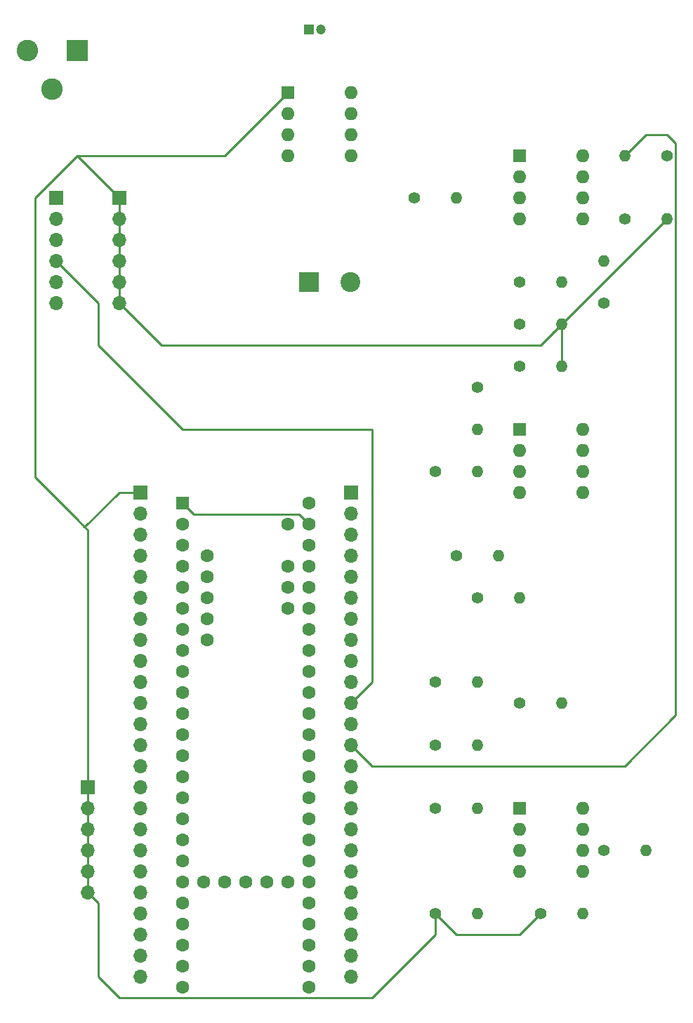
<source format=gbr>
%TF.GenerationSoftware,KiCad,Pcbnew,(5.1.10)-1*%
%TF.CreationDate,2021-10-07T13:20:46-04:00*%
%TF.ProjectId,dynamic clamp pcb,64796e61-6d69-4632-9063-6c616d702070,rev?*%
%TF.SameCoordinates,Original*%
%TF.FileFunction,Copper,L2,Bot*%
%TF.FilePolarity,Positive*%
%FSLAX46Y46*%
G04 Gerber Fmt 4.6, Leading zero omitted, Abs format (unit mm)*
G04 Created by KiCad (PCBNEW (5.1.10)-1) date 2021-10-07 13:20:46*
%MOMM*%
%LPD*%
G01*
G04 APERTURE LIST*
%TA.AperFunction,ComponentPad*%
%ADD10R,2.600000X2.600000*%
%TD*%
%TA.AperFunction,ComponentPad*%
%ADD11C,2.600000*%
%TD*%
%TA.AperFunction,ComponentPad*%
%ADD12R,2.400000X2.400000*%
%TD*%
%TA.AperFunction,ComponentPad*%
%ADD13C,2.400000*%
%TD*%
%TA.AperFunction,ComponentPad*%
%ADD14R,1.200000X1.200000*%
%TD*%
%TA.AperFunction,ComponentPad*%
%ADD15C,1.200000*%
%TD*%
%TA.AperFunction,ComponentPad*%
%ADD16R,1.700000X1.700000*%
%TD*%
%TA.AperFunction,ComponentPad*%
%ADD17O,1.700000X1.700000*%
%TD*%
%TA.AperFunction,ComponentPad*%
%ADD18O,1.400000X1.400000*%
%TD*%
%TA.AperFunction,ComponentPad*%
%ADD19C,1.400000*%
%TD*%
%TA.AperFunction,ComponentPad*%
%ADD20R,1.600000X1.600000*%
%TD*%
%TA.AperFunction,ComponentPad*%
%ADD21O,1.600000X1.600000*%
%TD*%
%TA.AperFunction,ComponentPad*%
%ADD22C,1.600000*%
%TD*%
%TA.AperFunction,Conductor*%
%ADD23C,0.250000*%
%TD*%
G04 APERTURE END LIST*
D10*
%TO.P,J2,1*%
%TO.N,-9V*%
X53340000Y-30480000D03*
D11*
%TO.P,J2,2*%
%TO.N,+9V*%
X47340000Y-30480000D03*
%TO.P,J2,3*%
%TO.N,N/C*%
X50340000Y-35180000D03*
%TD*%
D12*
%TO.P,C1,1*%
%TO.N,+9V*%
X81280000Y-58420000D03*
D13*
%TO.P,C1,2*%
%TO.N,-9V*%
X86280000Y-58420000D03*
%TD*%
D14*
%TO.P,C2,1*%
%TO.N,Net-(C2-Pad1)*%
X81280000Y-27940000D03*
D15*
%TO.P,C2,2*%
%TO.N,-9V*%
X82780000Y-27940000D03*
%TD*%
D16*
%TO.P,J1,1*%
%TO.N,0*%
X54610000Y-119380000D03*
D17*
%TO.P,J1,2*%
X54610000Y-121920000D03*
%TO.P,J1,3*%
X54610000Y-124460000D03*
%TO.P,J1,4*%
X54610000Y-127000000D03*
%TO.P,J1,5*%
X54610000Y-129540000D03*
%TO.P,J1,6*%
X54610000Y-132080000D03*
%TD*%
D16*
%TO.P,J4,1*%
%TO.N,Net-(J4-Pad1)*%
X50800000Y-48260000D03*
D17*
%TO.P,J4,2*%
%TO.N,Net-(J4-Pad2)*%
X50800000Y-50800000D03*
%TO.P,J4,3*%
%TO.N,Net-(J4-Pad3)*%
X50800000Y-53340000D03*
%TO.P,J4,4*%
%TO.N,Net-(J4-Pad4)*%
X50800000Y-55880000D03*
%TO.P,J4,5*%
%TO.N,N/C*%
X50800000Y-58420000D03*
%TO.P,J4,6*%
X50800000Y-60960000D03*
%TD*%
%TO.P,J6,24*%
%TO.N,Net-(J6-Pad24)*%
X60960000Y-142240000D03*
%TO.P,J6,23*%
%TO.N,Net-(J6-Pad23)*%
X60960000Y-139700000D03*
%TO.P,J6,22*%
%TO.N,Net-(J6-Pad22)*%
X60960000Y-137160000D03*
%TO.P,J6,21*%
%TO.N,Net-(J6-Pad21)*%
X60960000Y-134620000D03*
%TO.P,J6,20*%
%TO.N,Net-(J6-Pad20)*%
X60960000Y-132080000D03*
%TO.P,J6,19*%
%TO.N,Net-(J6-Pad19)*%
X60960000Y-129540000D03*
%TO.P,J6,18*%
%TO.N,Net-(J6-Pad18)*%
X60960000Y-127000000D03*
%TO.P,J6,17*%
%TO.N,Net-(J6-Pad17)*%
X60960000Y-124460000D03*
%TO.P,J6,16*%
%TO.N,Net-(J6-Pad16)*%
X60960000Y-121920000D03*
%TO.P,J6,15*%
%TO.N,Net-(J6-Pad15)*%
X60960000Y-119380000D03*
%TO.P,J6,14*%
%TO.N,Net-(J6-Pad14)*%
X60960000Y-116840000D03*
%TO.P,J6,13*%
%TO.N,Net-(J6-Pad13)*%
X60960000Y-114300000D03*
%TO.P,J6,12*%
%TO.N,Net-(J6-Pad12)*%
X60960000Y-111760000D03*
%TO.P,J6,11*%
%TO.N,Net-(J6-Pad11)*%
X60960000Y-109220000D03*
%TO.P,J6,10*%
%TO.N,Net-(J6-Pad10)*%
X60960000Y-106680000D03*
%TO.P,J6,9*%
%TO.N,Net-(J6-Pad9)*%
X60960000Y-104140000D03*
%TO.P,J6,8*%
%TO.N,Net-(J6-Pad8)*%
X60960000Y-101600000D03*
%TO.P,J6,7*%
%TO.N,Net-(J6-Pad7)*%
X60960000Y-99060000D03*
%TO.P,J6,6*%
%TO.N,Net-(J6-Pad6)*%
X60960000Y-96520000D03*
%TO.P,J6,5*%
%TO.N,Net-(J6-Pad5)*%
X60960000Y-93980000D03*
%TO.P,J6,4*%
%TO.N,Net-(J6-Pad4)*%
X60960000Y-91440000D03*
%TO.P,J6,3*%
%TO.N,Net-(J6-Pad3)*%
X60960000Y-88900000D03*
%TO.P,J6,2*%
%TO.N,Net-(J6-Pad2)*%
X60960000Y-86360000D03*
D16*
%TO.P,J6,1*%
%TO.N,0*%
X60960000Y-83820000D03*
%TD*%
%TO.P,J7,1*%
%TO.N,Net-(J7-Pad1)*%
X86360000Y-83820000D03*
D17*
%TO.P,J7,2*%
%TO.N,0*%
X86360000Y-86360000D03*
%TO.P,J7,3*%
%TO.N,Net-(J7-Pad3)*%
X86360000Y-88900000D03*
%TO.P,J7,4*%
%TO.N,Net-(J7-Pad4)*%
X86360000Y-91440000D03*
%TO.P,J7,5*%
%TO.N,Net-(J7-Pad5)*%
X86360000Y-93980000D03*
%TO.P,J7,6*%
%TO.N,Net-(J7-Pad6)*%
X86360000Y-96520000D03*
%TO.P,J7,7*%
%TO.N,Net-(J7-Pad7)*%
X86360000Y-99060000D03*
%TO.P,J7,8*%
%TO.N,Net-(J7-Pad8)*%
X86360000Y-101600000D03*
%TO.P,J7,9*%
%TO.N,Net-(J7-Pad9)*%
X86360000Y-104140000D03*
%TO.P,J7,10*%
%TO.N,Net-(J7-Pad10)*%
X86360000Y-106680000D03*
%TO.P,J7,11*%
%TO.N,Net-(J4-Pad4)*%
X86360000Y-109220000D03*
%TO.P,J7,12*%
%TO.N,Net-(J7-Pad12)*%
X86360000Y-111760000D03*
%TO.P,J7,13*%
%TO.N,Net-(J7-Pad13)*%
X86360000Y-114300000D03*
%TO.P,J7,14*%
%TO.N,Net-(J7-Pad14)*%
X86360000Y-116840000D03*
%TO.P,J7,15*%
%TO.N,Net-(J7-Pad15)*%
X86360000Y-119380000D03*
%TO.P,J7,16*%
%TO.N,Net-(J7-Pad16)*%
X86360000Y-121920000D03*
%TO.P,J7,17*%
%TO.N,Net-(J7-Pad17)*%
X86360000Y-124460000D03*
%TO.P,J7,18*%
%TO.N,Net-(J7-Pad18)*%
X86360000Y-127000000D03*
%TO.P,J7,19*%
%TO.N,Net-(J7-Pad19)*%
X86360000Y-129540000D03*
%TO.P,J7,20*%
%TO.N,Net-(J7-Pad20)*%
X86360000Y-132080000D03*
%TO.P,J7,21*%
%TO.N,Net-(J7-Pad21)*%
X86360000Y-134620000D03*
%TO.P,J7,22*%
%TO.N,Net-(J7-Pad22)*%
X86360000Y-137160000D03*
%TO.P,J7,23*%
%TO.N,Net-(J7-Pad23)*%
X86360000Y-139700000D03*
%TO.P,J7,24*%
%TO.N,Net-(J7-Pad24)*%
X86360000Y-142240000D03*
%TD*%
%TO.P,J5_GND1,6*%
%TO.N,0*%
X58420000Y-60960000D03*
%TO.P,J5_GND1,5*%
X58420000Y-58420000D03*
%TO.P,J5_GND1,4*%
X58420000Y-55880000D03*
%TO.P,J5_GND1,3*%
X58420000Y-53340000D03*
%TO.P,J5_GND1,2*%
X58420000Y-50800000D03*
D16*
%TO.P,J5_GND1,1*%
X58420000Y-48260000D03*
%TD*%
D18*
%TO.P,R1,2*%
%TO.N,Net-(R1-Pad2)*%
X99060000Y-48260000D03*
D19*
%TO.P,R1,1*%
%TO.N,Net-(R1-Pad1)*%
X93980000Y-48260000D03*
%TD*%
D18*
%TO.P,R2,2*%
%TO.N,0*%
X111760000Y-63500000D03*
D19*
%TO.P,R2,1*%
%TO.N,Net-(R1-Pad2)*%
X106680000Y-63500000D03*
%TD*%
%TO.P,R3,1*%
%TO.N,Net-(R1-Pad2)*%
X106680000Y-58420000D03*
D18*
%TO.P,R3,2*%
%TO.N,Net-(R3-Pad2)*%
X111760000Y-58420000D03*
%TD*%
D19*
%TO.P,R4,1*%
%TO.N,+9V*%
X116840000Y-60960000D03*
D18*
%TO.P,R4,2*%
%TO.N,Net-(R3-Pad2)*%
X116840000Y-55880000D03*
%TD*%
%TO.P,R5,2*%
%TO.N,0*%
X124460000Y-50800000D03*
D19*
%TO.P,R5,1*%
%TO.N,Net-(R5-Pad1)*%
X119380000Y-50800000D03*
%TD*%
%TO.P,R6,1*%
%TO.N,Net-(R5-Pad1)*%
X124460000Y-43180000D03*
D18*
%TO.P,R6,2*%
%TO.N,Net-(J7-Pad13)*%
X119380000Y-43180000D03*
%TD*%
D19*
%TO.P,R7,1*%
%TO.N,Net-(J7-Pad17)*%
X96520000Y-81280000D03*
D18*
%TO.P,R7,2*%
%TO.N,Net-(R7-Pad2)*%
X101600000Y-81280000D03*
%TD*%
%TO.P,R8,2*%
%TO.N,Net-(R7-Pad2)*%
X104140000Y-91440000D03*
D19*
%TO.P,R8,1*%
%TO.N,Net-(R18-Pad1)*%
X99060000Y-91440000D03*
%TD*%
%TO.P,R9,1*%
%TO.N,Net-(R10-Pad1)*%
X106680000Y-68580000D03*
D18*
%TO.P,R9,2*%
%TO.N,0*%
X111760000Y-68580000D03*
%TD*%
%TO.P,R10,2*%
%TO.N,Net-(R10-Pad2)*%
X101600000Y-76200000D03*
D19*
%TO.P,R10,1*%
%TO.N,Net-(R10-Pad1)*%
X101600000Y-71120000D03*
%TD*%
%TO.P,R11,1*%
%TO.N,Net-(R10-Pad2)*%
X96520000Y-106680000D03*
D18*
%TO.P,R11,2*%
%TO.N,Net-(R11-Pad2)*%
X101600000Y-106680000D03*
%TD*%
%TO.P,R12,2*%
%TO.N,Net-(J4-Pad2)*%
X101600000Y-121920000D03*
D19*
%TO.P,R12,1*%
%TO.N,Net-(R11-Pad2)*%
X96520000Y-121920000D03*
%TD*%
%TO.P,R13,1*%
%TO.N,Net-(R11-Pad2)*%
X96520000Y-114300000D03*
D18*
%TO.P,R13,2*%
%TO.N,Net-(R13-Pad2)*%
X101600000Y-114300000D03*
%TD*%
%TO.P,R14,2*%
%TO.N,Net-(R14-Pad2)*%
X101600000Y-134620000D03*
D19*
%TO.P,R14,1*%
%TO.N,0*%
X96520000Y-134620000D03*
%TD*%
%TO.P,R15,1*%
%TO.N,Net-(R13-Pad2)*%
X106680000Y-109220000D03*
D18*
%TO.P,R15,2*%
%TO.N,Net-(R15-Pad2)*%
X111760000Y-109220000D03*
%TD*%
D19*
%TO.P,R16,1*%
%TO.N,Net-(R15-Pad2)*%
X116840000Y-127000000D03*
D18*
%TO.P,R16,2*%
%TO.N,Net-(J4-Pad3)*%
X121920000Y-127000000D03*
%TD*%
%TO.P,R17,2*%
%TO.N,Net-(R17-Pad2)*%
X114300000Y-134620000D03*
D19*
%TO.P,R17,1*%
%TO.N,0*%
X109220000Y-134620000D03*
%TD*%
D18*
%TO.P,R18,2*%
%TO.N,-9V*%
X106680000Y-96520000D03*
D19*
%TO.P,R18,1*%
%TO.N,Net-(R18-Pad1)*%
X101600000Y-96520000D03*
%TD*%
D20*
%TO.P,U1,1*%
%TO.N,Net-(R1-Pad1)*%
X106680000Y-43180000D03*
D21*
%TO.P,U1,5*%
%TO.N,Net-(R3-Pad2)*%
X114300000Y-50800000D03*
%TO.P,U1,2*%
%TO.N,Net-(R1-Pad1)*%
X106680000Y-45720000D03*
%TO.P,U1,6*%
%TO.N,Net-(R5-Pad1)*%
X114300000Y-48260000D03*
%TO.P,U1,3*%
%TO.N,Net-(J4-Pad1)*%
X106680000Y-48260000D03*
%TO.P,U1,7*%
%TO.N,Net-(J7-Pad13)*%
X114300000Y-45720000D03*
%TO.P,U1,4*%
%TO.N,-9V*%
X106680000Y-50800000D03*
%TO.P,U1,8*%
%TO.N,+9V*%
X114300000Y-43180000D03*
%TD*%
D20*
%TO.P,U2,1*%
%TO.N,Net-(R10-Pad2)*%
X106680000Y-76200000D03*
D21*
%TO.P,U2,5*%
%TO.N,N/C*%
X114300000Y-83820000D03*
%TO.P,U2,2*%
%TO.N,Net-(R10-Pad1)*%
X106680000Y-78740000D03*
%TO.P,U2,6*%
%TO.N,N/C*%
X114300000Y-81280000D03*
%TO.P,U2,3*%
%TO.N,Net-(R7-Pad2)*%
X106680000Y-81280000D03*
%TO.P,U2,7*%
%TO.N,N/C*%
X114300000Y-78740000D03*
%TO.P,U2,4*%
%TO.N,-9V*%
X106680000Y-83820000D03*
%TO.P,U2,8*%
%TO.N,+9V*%
X114300000Y-76200000D03*
%TD*%
%TO.P,U3,8*%
%TO.N,+9V*%
X114300000Y-121920000D03*
%TO.P,U3,4*%
%TO.N,-9V*%
X106680000Y-129540000D03*
%TO.P,U3,7*%
%TO.N,Net-(J4-Pad3)*%
X114300000Y-124460000D03*
%TO.P,U3,3*%
%TO.N,Net-(R14-Pad2)*%
X106680000Y-127000000D03*
%TO.P,U3,6*%
%TO.N,Net-(R15-Pad2)*%
X114300000Y-127000000D03*
%TO.P,U3,2*%
%TO.N,Net-(R11-Pad2)*%
X106680000Y-124460000D03*
%TO.P,U3,5*%
%TO.N,Net-(R17-Pad2)*%
X114300000Y-129540000D03*
D20*
%TO.P,U3,1*%
%TO.N,Net-(R13-Pad2)*%
X106680000Y-121920000D03*
%TD*%
D21*
%TO.P,U4,8*%
%TO.N,Net-(C2-Pad1)*%
X86360000Y-35560000D03*
%TO.P,U4,4*%
%TO.N,N/C*%
X78740000Y-43180000D03*
%TO.P,U4,7*%
X86360000Y-38100000D03*
%TO.P,U4,3*%
%TO.N,+9V*%
X78740000Y-40640000D03*
%TO.P,U4,6*%
%TO.N,N/C*%
X86360000Y-40640000D03*
%TO.P,U4,2*%
%TO.N,-9V*%
X78740000Y-38100000D03*
%TO.P,U4,5*%
%TO.N,N/C*%
X86360000Y-43180000D03*
D20*
%TO.P,U4,1*%
%TO.N,0*%
X78740000Y-35560000D03*
%TD*%
D22*
%TO.P,U5,17*%
%TO.N,Net-(J6-Pad17)*%
X66040000Y-125730000D03*
%TO.P,U5,18*%
%TO.N,Net-(J6-Pad18)*%
X66040000Y-128270000D03*
%TO.P,U5,19*%
%TO.N,Net-(J6-Pad19)*%
X66040000Y-130810000D03*
%TO.P,U5,20*%
%TO.N,Net-(J6-Pad20)*%
X66040000Y-133350000D03*
%TO.P,U5,16*%
%TO.N,Net-(J6-Pad16)*%
X66040000Y-123190000D03*
%TO.P,U5,15*%
%TO.N,Net-(J6-Pad15)*%
X66040000Y-120650000D03*
%TO.P,U5,14*%
%TO.N,Net-(J6-Pad14)*%
X66040000Y-118110000D03*
%TO.P,U5,21*%
%TO.N,Net-(J6-Pad21)*%
X66040000Y-135890000D03*
%TO.P,U5,22*%
%TO.N,Net-(J6-Pad22)*%
X66040000Y-138430000D03*
%TO.P,U5,23*%
%TO.N,Net-(J6-Pad23)*%
X66040000Y-140970000D03*
%TO.P,U5,24*%
%TO.N,Net-(J6-Pad24)*%
X66040000Y-143510000D03*
%TO.P,U5,25*%
%TO.N,N/C*%
X68580000Y-130810000D03*
%TO.P,U5,26*%
X71120000Y-130810000D03*
%TO.P,U5,27*%
X73660000Y-130810000D03*
%TO.P,U5,28*%
X76200000Y-130810000D03*
%TO.P,U5,29*%
X78740000Y-130810000D03*
%TO.P,U5,30*%
%TO.N,Net-(J7-Pad24)*%
X81280000Y-143510000D03*
%TO.P,U5,31*%
%TO.N,Net-(J7-Pad23)*%
X81280000Y-140970000D03*
%TO.P,U5,32*%
%TO.N,Net-(J7-Pad22)*%
X81280000Y-138430000D03*
%TO.P,U5,33*%
%TO.N,Net-(J7-Pad21)*%
X81280000Y-135890000D03*
%TO.P,U5,34*%
%TO.N,Net-(J7-Pad20)*%
X81280000Y-133350000D03*
%TO.P,U5,35*%
%TO.N,Net-(J7-Pad19)*%
X81280000Y-130810000D03*
%TO.P,U5,36*%
%TO.N,Net-(J7-Pad18)*%
X81280000Y-128270000D03*
%TO.P,U5,37*%
%TO.N,Net-(J7-Pad17)*%
X81280000Y-125730000D03*
%TO.P,U5,13*%
%TO.N,Net-(J6-Pad13)*%
X66040000Y-115570000D03*
%TO.P,U5,12*%
%TO.N,Net-(J6-Pad12)*%
X66040000Y-113030000D03*
%TO.P,U5,11*%
%TO.N,Net-(J6-Pad11)*%
X66040000Y-110490000D03*
%TO.P,U5,10*%
%TO.N,Net-(J6-Pad10)*%
X66040000Y-107950000D03*
%TO.P,U5,9*%
%TO.N,Net-(J6-Pad9)*%
X66040000Y-105410000D03*
%TO.P,U5,8*%
%TO.N,Net-(J6-Pad8)*%
X66040000Y-102870000D03*
%TO.P,U5,7*%
%TO.N,Net-(J6-Pad7)*%
X66040000Y-100330000D03*
%TO.P,U5,6*%
%TO.N,Net-(J6-Pad6)*%
X66040000Y-97790000D03*
%TO.P,U5,5*%
%TO.N,Net-(J6-Pad5)*%
X66040000Y-95250000D03*
%TO.P,U5,4*%
%TO.N,Net-(J6-Pad4)*%
X66040000Y-92710000D03*
%TO.P,U5,3*%
%TO.N,Net-(J6-Pad3)*%
X66040000Y-90170000D03*
%TO.P,U5,2*%
%TO.N,Net-(J6-Pad2)*%
X66040000Y-87630000D03*
D20*
%TO.P,U5,1*%
%TO.N,0*%
X66040000Y-85090000D03*
D22*
%TO.P,U5,38*%
%TO.N,Net-(J7-Pad16)*%
X81280000Y-123190000D03*
%TO.P,U5,39*%
%TO.N,Net-(J7-Pad15)*%
X81280000Y-120650000D03*
%TO.P,U5,40*%
%TO.N,Net-(J7-Pad14)*%
X81280000Y-118110000D03*
%TO.P,U5,41*%
%TO.N,Net-(J7-Pad13)*%
X81280000Y-115570000D03*
%TO.P,U5,42*%
%TO.N,Net-(J7-Pad12)*%
X81280000Y-113030000D03*
%TO.P,U5,43*%
%TO.N,Net-(J4-Pad4)*%
X81280000Y-110490000D03*
%TO.P,U5,44*%
%TO.N,Net-(J7-Pad10)*%
X81280000Y-107950000D03*
%TO.P,U5,45*%
%TO.N,Net-(J7-Pad9)*%
X81280000Y-105410000D03*
%TO.P,U5,46*%
%TO.N,Net-(J7-Pad8)*%
X81280000Y-102870000D03*
%TO.P,U5,47*%
%TO.N,Net-(J7-Pad7)*%
X81280000Y-100330000D03*
%TO.P,U5,48*%
%TO.N,Net-(J7-Pad6)*%
X81280000Y-97790000D03*
%TO.P,U5,49*%
%TO.N,Net-(J7-Pad5)*%
X81280000Y-95250000D03*
%TO.P,U5,50*%
%TO.N,Net-(J7-Pad4)*%
X81280000Y-92710000D03*
%TO.P,U5,51*%
%TO.N,Net-(J7-Pad3)*%
X81280000Y-90170000D03*
%TO.P,U5,52*%
%TO.N,0*%
X81280000Y-87630000D03*
%TO.P,U5,53*%
%TO.N,Net-(J7-Pad1)*%
X81280000Y-85090000D03*
%TO.P,U5,54*%
%TO.N,N/C*%
X78740000Y-87630000D03*
%TO.P,U5,55*%
X78740000Y-92710000D03*
%TO.P,U5,56*%
X78740000Y-95250000D03*
%TO.P,U5,57*%
X78740000Y-97790000D03*
%TO.P,U5,58*%
X69040000Y-91440000D03*
%TO.P,U5,59*%
X69040000Y-93980000D03*
%TO.P,U5,60*%
X69040000Y-96520000D03*
%TO.P,U5,61*%
X69040000Y-99060000D03*
%TO.P,U5,62*%
X69040000Y-101600000D03*
%TD*%
D23*
%TO.N,0*%
X78740000Y-35560000D02*
X71120000Y-43180000D01*
X124460000Y-50800000D02*
X111760000Y-63500000D01*
X111760000Y-63500000D02*
X111760000Y-68580000D01*
X110684999Y-64575001D02*
X111760000Y-63500000D01*
X54610000Y-88356998D02*
X54610000Y-119380000D01*
X54610000Y-119380000D02*
X54610000Y-121920000D01*
X54610000Y-121920000D02*
X54610000Y-124460000D01*
X54610000Y-124460000D02*
X54610000Y-127000000D01*
X54610000Y-127000000D02*
X54610000Y-129540000D01*
X54610000Y-129540000D02*
X54610000Y-132080000D01*
X109220000Y-134620000D02*
X106680000Y-137160000D01*
X99060000Y-137160000D02*
X96520000Y-134620000D01*
X106680000Y-137160000D02*
X99060000Y-137160000D01*
X58420000Y-83820000D02*
X54246501Y-87993499D01*
X60960000Y-83820000D02*
X58420000Y-83820000D01*
X54246501Y-87993499D02*
X54610000Y-88356998D01*
X67404999Y-86454999D02*
X66040000Y-85090000D01*
X80104999Y-86454999D02*
X67404999Y-86454999D01*
X81280000Y-87630000D02*
X80104999Y-86454999D01*
X96520000Y-134620000D02*
X96520000Y-137160000D01*
X96520000Y-137160000D02*
X88900000Y-144780000D01*
X88900000Y-144780000D02*
X58420000Y-144780000D01*
X58420000Y-144780000D02*
X55880000Y-142240000D01*
X55880000Y-133350000D02*
X54610000Y-132080000D01*
X55880000Y-142240000D02*
X55880000Y-133350000D01*
X53340000Y-87086998D02*
X54246501Y-87993499D01*
X48260000Y-82006998D02*
X53340000Y-87086998D01*
X48260000Y-48260000D02*
X48260000Y-82006998D01*
X53340000Y-43180000D02*
X48260000Y-48260000D01*
X71120000Y-43180000D02*
X53340000Y-43180000D01*
X63500000Y-66040000D02*
X58420000Y-60960000D01*
X109220000Y-66040000D02*
X63500000Y-66040000D01*
X111760000Y-63500000D02*
X109220000Y-66040000D01*
X58420000Y-60960000D02*
X58420000Y-58420000D01*
X58420000Y-58420000D02*
X58420000Y-55880000D01*
X58420000Y-55880000D02*
X58420000Y-53340000D01*
X58420000Y-50800000D02*
X58420000Y-53340000D01*
X58420000Y-50800000D02*
X58420000Y-48260000D01*
X58420000Y-48260000D02*
X53340000Y-43180000D01*
%TO.N,Net-(J4-Pad4)*%
X55880000Y-60960000D02*
X50800000Y-55880000D01*
X55880000Y-66040000D02*
X55880000Y-60960000D01*
X66040000Y-76200000D02*
X55880000Y-66040000D01*
X88900000Y-76200000D02*
X66040000Y-76200000D01*
X88900000Y-106680000D02*
X88900000Y-76200000D01*
X86360000Y-109220000D02*
X88900000Y-106680000D01*
%TO.N,Net-(J7-Pad13)*%
X88900000Y-116840000D02*
X86360000Y-114300000D01*
X119380000Y-116840000D02*
X88900000Y-116840000D01*
X125535001Y-41715001D02*
X125535001Y-110684999D01*
X125535001Y-110684999D02*
X119380000Y-116840000D01*
X124460000Y-40640000D02*
X125535001Y-41715001D01*
X121920000Y-40640000D02*
X124460000Y-40640000D01*
X119380000Y-43180000D02*
X121920000Y-40640000D01*
%TD*%
M02*

</source>
